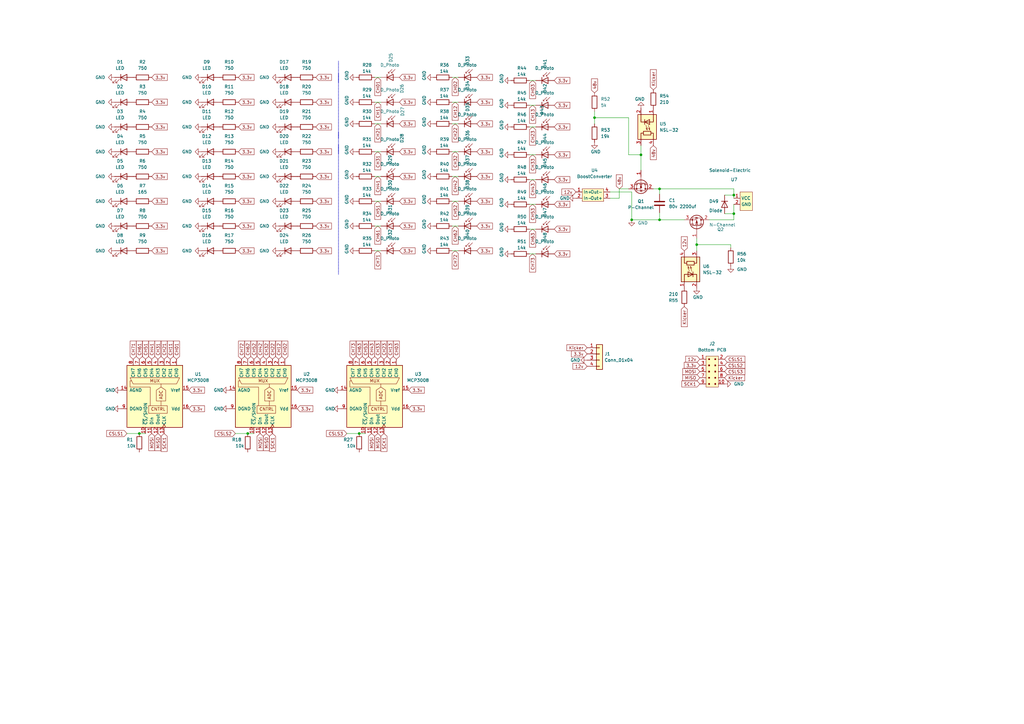
<source format=kicad_sch>
(kicad_sch (version 20231120) (generator "eeschema") (generator_version "8.0")
  (paper "A3")
  (junction (at 101.6 177.8))
  (junction (at 57.15 177.8))
  (junction (at 270.51 77.47))
  (junction (at 243.84 48.26))
  (junction (at 300.99 87.63))
  (junction (at 147.32 177.8))
  (junction (at 259.08 90.17))
  (junction (at 270.51 90.17))
  (junction (at 300.99 80.01))
  (junction (at 262.89 63.5))
  (junction (at 285.75 100.33))
  (wire (pts (xy 217.17 93.98) (xy 219.71 93.98)))
  (wire (pts (xy 185.42 92.71) (xy 187.96 92.71)))
  (wire (pts (xy 262.89 59.69) (xy 262.89 63.5)))
  (wire (pts (xy 259.08 78.74) (xy 250.19 78.74)))
  (wire (pts (xy 217.17 104.14) (xy 219.71 104.14)))
  (wire (pts (xy 300.99 90.17) (xy 300.99 87.63)))
  (wire (pts (xy 217.17 73.66) (xy 219.71 73.66)))
  (wire (pts (xy 101.6 177.8) (xy 104.14 177.8)))
  (wire (pts (xy 257.81 63.5) (xy 262.89 63.5)))
  (wire (pts (xy 243.84 45.72) (xy 243.84 48.26)))
  (wire (pts (xy 243.84 48.26) (xy 257.81 48.26)))
  (wire (pts (xy 300.99 77.47) (xy 300.99 80.01)))
  (wire (pts (xy 297.18 80.01) (xy 300.99 80.01)))
  (wire (pts (xy 185.42 62.23) (xy 187.96 62.23)))
  (wire (pts (xy 153.67 41.91) (xy 156.21 41.91)))
  (wire (pts (xy 270.51 77.47) (xy 300.99 77.47)))
  (wire (pts (xy 52.07 177.8) (xy 57.15 177.8)))
  (wire (pts (xy 297.18 87.63) (xy 300.99 87.63)))
  (wire (pts (xy 153.67 31.75) (xy 156.21 31.75)))
  (wire (pts (xy 270.51 77.47) (xy 270.51 79.629)))
  (wire (pts (xy 285.75 97.79) (xy 285.75 100.33)))
  (wire (pts (xy 217.17 83.82) (xy 219.71 83.82)))
  (wire (pts (xy 217.17 52.07) (xy 219.71 52.07)))
  (wire (pts (xy 153.67 62.23) (xy 156.21 62.23)))
  (wire (pts (xy 285.75 100.33) (xy 299.72 100.33)))
  (wire (pts (xy 153.67 92.71) (xy 156.21 92.71)))
  (wire (pts (xy 270.51 90.17) (xy 280.67 90.17)))
  (wire (pts (xy 259.08 90.17) (xy 259.08 78.74)))
  (wire (pts (xy 285.75 100.33) (xy 285.75 102.87)))
  (wire (pts (xy 185.42 50.8) (xy 187.96 50.8)))
  (wire (pts (xy 57.15 177.8) (xy 59.69 177.8)))
  (wire (pts (xy 96.52 177.8) (xy 101.6 177.8)))
  (wire (pts (xy 185.42 102.87) (xy 187.96 102.87)))
  (wire (pts (xy 153.67 50.8) (xy 156.21 50.8)))
  (wire (pts (xy 243.84 48.26) (xy 243.84 50.8)))
  (wire (pts (xy 267.97 77.47) (xy 270.51 77.47)))
  (wire (pts (xy 299.72 100.33) (xy 299.72 101.6)))
  (wire (pts (xy 254 81.28) (xy 250.19 81.28)))
  (wire (pts (xy 259.08 90.17) (xy 270.51 90.17)))
  (wire (pts (xy 254 77.47) (xy 257.81 77.47)))
  (wire (pts (xy 217.17 63.5) (xy 219.71 63.5)))
  (wire (pts (xy 153.67 82.55) (xy 156.21 82.55)))
  (wire (pts (xy 185.42 41.91) (xy 187.96 41.91)))
  (wire (pts (xy 254 77.47) (xy 254 81.28)))
  (wire (pts (xy 185.42 82.55) (xy 187.96 82.55)))
  (wire (pts (xy 217.17 43.18) (xy 219.71 43.18)))
  (wire (pts (xy 300.99 80.01) (xy 300.99 81.28)))
  (wire (pts (xy 270.51 87.249) (xy 270.51 90.17)))
  (wire (pts (xy 257.81 48.26) (xy 257.81 63.5)))
  (wire (pts (xy 290.83 90.17) (xy 300.99 90.17)))
  (wire (pts (xy 185.42 31.75) (xy 187.96 31.75)))
  (wire (pts (xy 300.99 83.82) (xy 300.99 87.63)))
  (wire (pts (xy 147.32 177.8) (xy 149.86 177.8)))
  (wire (pts (xy 153.67 102.87) (xy 156.21 102.87)))
  (wire (pts (xy 262.89 63.5) (xy 262.89 69.85)))
  (wire (pts (xy 217.17 33.02) (xy 219.71 33.02)))
  (wire (pts (xy 185.42 72.39) (xy 187.96 72.39)))
  (wire (pts (xy 142.24 177.8) (xy 147.32 177.8)))
  (wire (pts (xy 153.67 72.39) (xy 156.21 72.39)))
  (text "I\n" (at 138.43 33.02 0) (effects (font (size 1.27 1.27)) (justify left bottom)))
  (text "I\n" (at 138.43 55.88 0) (effects (font (size 1.27 1.27)) (justify left bottom)))
  (text "I\n" (at 138.43 82.55 0) (effects (font (size 1.27 1.27)) (justify left bottom)))
  (text "I\n" (at 138.43 50.8 0) (effects (font (size 1.27 1.27)) (justify left bottom)))
  (text "I\n" (at 138.43 41.91 0) (effects (font (size 1.27 1.27)) (justify left bottom)))
  (text "I\n" (at 138.43 76.2 0) (effects (font (size 1.27 1.27)) (justify left bottom)))
  (text "I\n" (at 138.43 63.5 0) (effects (font (size 1.27 1.27)) (justify left bottom)))
  (text "I\n" (at 138.43 78.74 0) (effects (font (size 1.27 1.27)) (justify left bottom)))
  (text "I\n" (at 138.43 97.79 0) (effects (font (size 1.27 1.27)) (justify left bottom)))
  (text "I\n" (at 138.43 31.75 0) (effects (font (size 1.27 1.27)) (justify left bottom)))
  (text "I\n" (at 138.43 68.58 0) (effects (font (size 1.27 1.27)) (justify left bottom)))
  (text "I\n" (at 138.43 26.67 0) (effects (font (size 1.27 1.27)) (justify left bottom)))
  (text "I\n" (at 138.43 104.14 0) (effects (font (size 1.27 1.27)) (justify left bottom)))
  (text "I\n" (at 138.43 31.75 0) (effects (font (size 1.27 1.27)) (justify left bottom)))
  (text "I\n" (at 138.43 109.22 0) (effects (font (size 1.27 1.27)) (justify left bottom)))
  (text "I\n" (at 138.43 48.26 0) (effects (font (size 1.27 1.27)) (justify left bottom)))
  (text "I\n" (at 138.43 63.5 0) (effects (font (size 1.27 1.27)) (justify left bottom)))
  (text "I\n" (at 138.43 110.49 0) (effects (font (size 1.27 1.27)) (justify left bottom)))
  (text "I\n" (at 138.43 34.29 0) (effects (font (size 1.27 1.27)) (justify left bottom)))
  (text "I\n" (at 138.43 102.87 0) (effects (font (size 1.27 1.27)) (justify left bottom)))
  (text "I\n" (at 138.43 80.01 0) (effects (font (size 1.27 1.27)) (justify left bottom)))
  (text "I\n" (at 138.43 43.18 0) (effects (font (size 1.27 1.27)) (justify left bottom)))
  (text "I\n" (at 138.43 54.61 0) (effects (font (size 1.27 1.27)) (justify left bottom)))
  (text "I\n" (at 138.43 85.09 0) (effects (font (size 1.27 1.27)) (justify left bottom)))
  (text "I\n" (at 138.43 99.06 0) (effects (font (size 1.27 1.27)) (justify left bottom)))
  (text "I\n" (at 138.43 71.12 0) (effects (font (size 1.27 1.27)) (justify left bottom)))
  (text "I\n" (at 138.43 60.96 0) (effects (font (size 1.27 1.27)) (justify left bottom)))
  (text "I\n" (at 138.43 106.68 0) (effects (font (size 1.27 1.27)) (justify left bottom)))
  (text "I\n" (at 138.43 57.15 0) (effects (font (size 1.27 1.27)) (justify left bottom)))
  (text "I\n" (at 138.43 39.37 0) (effects (font (size 1.27 1.27)) (justify left bottom)))
  (text "I\n" (at 138.43 52.07 0) (effects (font (size 1.27 1.27)) (justify left bottom)))
  (text "I\n" (at 138.43 38.1 0) (effects (font (size 1.27 1.27)) (justify left bottom)))
  (text "I\n" (at 138.43 34.29 0) (effects (font (size 1.27 1.27)) (justify left bottom)))
  (text "I\n" (at 138.43 111.76 0) (effects (font (size 1.27 1.27)) (justify left bottom)))
  (text "I\n" (at 138.43 62.23 0) (effects (font (size 1.27 1.27)) (justify left bottom)))
  (text "I\n" (at 138.43 105.41 0) (effects (font (size 1.27 1.27)) (justify left bottom)))
  (text "I\n" (at 138.43 27.94 0) (effects (font (size 1.27 1.27)) (justify left bottom)))
  (text "I\n" (at 138.43 58.42 0) (effects (font (size 1.27 1.27)) (justify left bottom)))
  (text "I\n" (at 138.43 100.33 0) (effects (font (size 1.27 1.27)) (justify left bottom)))
  (text "I\n" (at 138.43 86.36 0) (effects (font (size 1.27 1.27)) (justify left bottom)))
  (text "I\n" (at 138.43 60.96 0) (effects (font (size 1.27 1.27)) (justify left bottom)))
  (text "I\n" (at 138.43 35.56 0) (effects (font (size 1.27 1.27)) (justify left bottom)))
  (text "I\n" (at 138.43 69.85 0) (effects (font (size 1.27 1.27)) (justify left bottom)))
  (text "I\n" (at 138.43 55.88 0) (effects (font (size 1.27 1.27)) (justify left bottom)))
  (text "I\n" (at 138.43 93.98 0) (effects (font (size 1.27 1.27)) (justify left bottom)))
  (text "I\n" (at 138.43 49.53 0) (effects (font (size 1.27 1.27)) (justify left bottom)))
  (text "I\n" (at 138.43 81.28 0) (effects (font (size 1.27 1.27)) (justify left bottom)))
  (text "I\n" (at 138.43 73.66 0) (effects (font (size 1.27 1.27)) (justify left bottom)))
  (text "I\n" (at 138.43 59.69 0) (effects (font (size 1.27 1.27)) (justify left bottom)))
  (text "I\n" (at 138.43 92.71 0) (effects (font (size 1.27 1.27)) (justify left bottom)))
  (text "I\n" (at 138.43 107.95 0) (effects (font (size 1.27 1.27)) (justify left bottom)))
  (text "I\n" (at 138.43 95.25 0) (effects (font (size 1.27 1.27)) (justify left bottom)))
  (text "I\n" (at 138.43 96.52 0) (effects (font (size 1.27 1.27)) (justify left bottom)))
  (text "I\n" (at 138.43 64.77 0) (effects (font (size 1.27 1.27)) (justify left bottom)))
  (text "I\n" (at 138.43 36.83 0) (effects (font (size 1.27 1.27)) (justify left bottom)))
  (text "I\n" (at 138.43 66.04 0) (effects (font (size 1.27 1.27)) (justify left bottom)))
  (text "I\n" (at 138.43 53.34 0) (effects (font (size 1.27 1.27)) (justify left bottom)))
  (text "I\n" (at 138.43 62.23 0) (effects (font (size 1.27 1.27)) (justify left bottom)))
  (text "I\n" (at 138.43 44.45 0) (effects (font (size 1.27 1.27)) (justify left bottom)))
  (text "I\n" (at 138.43 91.44 0) (effects (font (size 1.27 1.27)) (justify left bottom)))
  (text "I\n" (at 138.43 88.9 0) (effects (font (size 1.27 1.27)) (justify left bottom)))
  (text "I\n" (at 138.43 72.39 0) (effects (font (size 1.27 1.27)) (justify left bottom)))
  (text "I\n" (at 138.43 46.99 0) (effects (font (size 1.27 1.27)) (justify left bottom)))
  (text "I\n" (at 138.43 83.82 0) (effects (font (size 1.27 1.27)) (justify left bottom)))
  (text "I\n" (at 138.43 113.03 0) (effects (font (size 1.27 1.27)) (justify left bottom)))
  (text "I\n" (at 138.43 101.6 0) (effects (font (size 1.27 1.27)) (justify left bottom)))
  (text "I\n" (at 138.43 74.93 0) (effects (font (size 1.27 1.27)) (justify left bottom)))
  (text "I\n" (at 138.43 90.17 0) (effects (font (size 1.27 1.27)) (justify left bottom)))
  (text "I\n" (at 138.43 40.64 0) (effects (font (size 1.27 1.27)) (justify left bottom)))
  (text "I\n" (at 138.43 87.63 0) (effects (font (size 1.27 1.27)) (justify left bottom)))
  (text "I\n" (at 138.43 30.48 0) (effects (font (size 1.27 1.27)) (justify left bottom)))
  (text "I\n" (at 138.43 67.31 0) (effects (font (size 1.27 1.27)) (justify left bottom)))
  (text "I\n" (at 138.43 77.47 0) (effects (font (size 1.27 1.27)) (justify left bottom)))
  (text "I\n" (at 138.43 29.21 0) (effects (font (size 1.27 1.27)) (justify left bottom)))
  (text "I\n" (at 138.43 33.02 0) (effects (font (size 1.27 1.27)) (justify left bottom)))
  (text "I\n" (at 138.43 57.15 0) (effects (font (size 1.27 1.27)) (justify left bottom)))
  (text "I\n" (at 138.43 45.72 0) (effects (font (size 1.27 1.27)) (justify left bottom)))
  (global_label "3.3v" (shape input) (at 62.23 52.07 0) (property "Intersheetrefs" "${INTERSHEET_REFS}" (effects (hide yes))))
  (global_label "3.3v" (shape input) (at 163.83 41.91 0) (property "Intersheetrefs" "${INTERSHEET_REFS}" (effects (hide yes))))
  (global_label "CH63" (shape input) (at 218.44 93.98 270) (property "Intersheetrefs" "${INTERSHEET_REFS}" (effects (hide yes))))
  (global_label "MOSI" (shape input) (at 106.68 177.8 270) (property "Intersheetrefs" "${INTERSHEET_REFS}" (effects (hide yes))))
  (global_label "3.3v" (shape input) (at 97.79 62.23 0) (property "Intersheetrefs" "${INTERSHEET_REFS}" (effects (hide yes))))
  (global_label "CH22" (shape input) (at 111.76 147.32 90) (property "Intersheetrefs" "${INTERSHEET_REFS}" (effects (hide yes))))
  (global_label "CH32" (shape input) (at 109.22 147.32 90) (property "Intersheetrefs" "${INTERSHEET_REFS}" (effects (hide yes))))
  (global_label "3.3v" (shape input) (at 129.54 92.71 0) (property "Intersheetrefs" "${INTERSHEET_REFS}" (effects (hide yes))))
  (global_label "CH12" (shape input) (at 114.3 147.32 90) (property "Intersheetrefs" "${INTERSHEET_REFS}" (effects (hide yes))))
  (global_label "CH42" (shape input) (at 186.69 72.39 270) (property "Intersheetrefs" "${INTERSHEET_REFS}" (effects (hide yes))))
  (global_label "CH52" (shape input) (at 186.69 82.55 270) (property "Intersheetrefs" "${INTERSHEET_REFS}" (effects (hide yes))))
  (global_label "3.3v" (shape input) (at 167.64 167.64 0) (property "Intersheetrefs" "${INTERSHEET_REFS}" (effects (hide yes))))
  (global_label "3.3v" (shape input) (at 62.23 62.23 0) (property "Intersheetrefs" "${INTERSHEET_REFS}" (effects (hide yes))))
  (global_label "3.3v" (shape input) (at 97.79 82.55 0) (property "Intersheetrefs" "${INTERSHEET_REFS}" (effects (hide yes))))
  (global_label "CH32" (shape input) (at 186.69 62.23 270) (property "Intersheetrefs" "${INTERSHEET_REFS}" (effects (hide yes))))
  (global_label "CH51" (shape input) (at 59.69 147.32 90) (property "Intersheetrefs" "${INTERSHEET_REFS}" (effects (hide yes))))
  (global_label "12v" (shape input) (at 287.02 147.32 180) (property "Intersheetrefs" "${INTERSHEET_REFS}" (effects (hide yes))))
  (global_label "CH01" (shape input) (at 154.94 31.75 270) (property "Intersheetrefs" "${INTERSHEET_REFS}" (effects (hide yes))))
  (global_label "CSLS2" (shape input) (at 297.18 149.86 0) (property "Intersheetrefs" "${INTERSHEET_REFS}" (effects (hide yes))))
  (global_label "3.3v" (shape input) (at 121.92 167.64 0) (property "Intersheetrefs" "${INTERSHEET_REFS}" (effects (hide yes))))
  (global_label "CSLS3" (shape input) (at 297.18 152.4 0) (property "Intersheetrefs" "${INTERSHEET_REFS}" (effects (hide yes))))
  (global_label "3.3v" (shape input) (at 62.23 72.39 0) (property "Intersheetrefs" "${INTERSHEET_REFS}" (effects (hide yes))))
  (global_label "3.3v" (shape input) (at 129.54 52.07 0) (property "Intersheetrefs" "${INTERSHEET_REFS}" (effects (hide yes))))
  (global_label "48v" (shape input) (at 243.84 38.1 90) (property "Intersheetrefs" "${INTERSHEET_REFS}" (effects (hide yes))))
  (global_label "CH72" (shape input) (at 99.06 147.32 90) (property "Intersheetrefs" "${INTERSHEET_REFS}" (effects (hide yes))))
  (global_label "CH41" (shape input) (at 62.23 147.32 90) (property "Intersheetrefs" "${INTERSHEET_REFS}" (effects (hide yes))))
  (global_label "48v" (shape input) (at 254 77.47 90) (property "Intersheetrefs" "${INTERSHEET_REFS}" (effects (hide yes))))
  (global_label "CH42" (shape input) (at 106.68 147.32 90) (property "Intersheetrefs" "${INTERSHEET_REFS}" (effects (hide yes))))
  (global_label "3.3v" (shape input) (at 129.54 41.91 0) (property "Intersheetrefs" "${INTERSHEET_REFS}" (effects (hide yes))))
  (global_label "CH63" (shape input) (at 147.32 147.32 90) (property "Intersheetrefs" "${INTERSHEET_REFS}" (effects (hide yes))))
  (global_label "Kicker" (shape input) (at 280.67 125.73 270) (property "Intersheetrefs" "${INTERSHEET_REFS}" (effects (hide yes))))
  (global_label "CH23" (shape input) (at 218.44 52.07 270) (property "Intersheetrefs" "${INTERSHEET_REFS}" (effects (hide yes))))
  (global_label "MISO" (shape input) (at 287.02 154.94 180) (property "Intersheetrefs" "${INTERSHEET_REFS}" (effects (hide yes))))
  (global_label "SCK1" (shape input) (at 157.48 177.8 270) (property "Intersheetrefs" "${INTERSHEET_REFS}" (effects (hide yes))))
  (global_label "MISO" (shape input) (at 109.22 177.8 270) (property "Intersheetrefs" "${INTERSHEET_REFS}" (effects (hide yes))))
  (global_label "48v" (shape input) (at 267.97 59.69 270) (property "Intersheetrefs" "${INTERSHEET_REFS}" (effects (hide yes))))
  (global_label "3.3v" (shape input) (at 195.58 31.75 0) (property "Intersheetrefs" "${INTERSHEET_REFS}" (effects (hide yes))))
  (global_label "3.3v" (shape input) (at 195.58 41.91 0) (property "Intersheetrefs" "${INTERSHEET_REFS}" (effects (hide yes))))
  (global_label "3.3v" (shape input) (at 163.83 31.75 0) (property "Intersheetrefs" "${INTERSHEET_REFS}" (effects (hide yes))))
  (global_label "3.3v" (shape input) (at 97.79 92.71 0) (property "Intersheetrefs" "${INTERSHEET_REFS}" (effects (hide yes))))
  (global_label "CH33" (shape input) (at 154.94 147.32 90) (property "Intersheetrefs" "${INTERSHEET_REFS}" (effects (hide yes))))
  (global_label "CH33" (shape input) (at 218.44 63.5 270) (property "Intersheetrefs" "${INTERSHEET_REFS}" (effects (hide yes))))
  (global_label "3.3v" (shape input) (at 227.33 73.66 0) (property "Intersheetrefs" "${INTERSHEET_REFS}" (effects (hide yes))))
  (global_label "CH02" (shape input) (at 116.84 147.32 90) (property "Intersheetrefs" "${INTERSHEET_REFS}" (effects (hide yes))))
  (global_label "MISO" (shape input) (at 154.94 177.8 270) (property "Intersheetrefs" "${INTERSHEET_REFS}" (effects (hide yes))))
  (global_label "SCK1" (shape input) (at 287.02 157.48 180) (property "Intersheetrefs" "${INTERSHEET_REFS}" (effects (hide yes))))
  (global_label "3.3v" (shape input) (at 163.83 92.71 0) (property "Intersheetrefs" "${INTERSHEET_REFS}" (effects (hide yes))))
  (global_label "3.3v" (shape input) (at 163.83 62.23 0) (property "Intersheetrefs" "${INTERSHEET_REFS}" (effects (hide yes))))
  (global_label "CH03" (shape input) (at 218.44 33.02 270) (property "Intersheetrefs" "${INTERSHEET_REFS}" (effects (hide yes))))
  (global_label "CH52" (shape input) (at 104.14 147.32 90) (property "Intersheetrefs" "${INTERSHEET_REFS}" (effects (hide yes))))
  (global_label "3.3v" (shape input) (at 227.33 63.5 0) (property "Intersheetrefs" "${INTERSHEET_REFS}" (effects (hide yes))))
  (global_label "CH02" (shape input) (at 186.69 31.75 270) (property "Intersheetrefs" "${INTERSHEET_REFS}" (effects (hide yes))))
  (global_label "3.3v" (shape input) (at 129.54 72.39 0) (property "Intersheetrefs" "${INTERSHEET_REFS}" (effects (hide yes))))
  (global_label "3.3v" (shape input) (at 97.79 72.39 0) (property "Intersheetrefs" "${INTERSHEET_REFS}" (effects (hide yes))))
  (global_label "CH01" (shape input) (at 72.39 147.32 90) (property "Intersheetrefs" "${INTERSHEET_REFS}" (effects (hide yes))))
  (global_label "Kicker" (shape input) (at 240.792 142.621 180) (property "Intersheetrefs" "${INTERSHEET_REFS}" (effects (hide yes))))
  (global_label "3.3v" (shape input) (at 97.79 52.07 0) (property "Intersheetrefs" "${INTERSHEET_REFS}" (effects (hide yes))))
  (global_label "3.3v" (shape input) (at 129.54 102.87 0) (property "Intersheetrefs" "${INTERSHEET_REFS}" (effects (hide yes))))
  (global_label "CH21" (shape input) (at 67.31 147.32 90) (property "Intersheetrefs" "${INTERSHEET_REFS}" (effects (hide yes))))
  (global_label "3.3v" (shape input) (at 195.58 50.8 0) (property "Intersheetrefs" "${INTERSHEET_REFS}" (effects (hide yes))))
  (global_label "3.3v" (shape input) (at 227.33 93.98 0) (property "Intersheetrefs" "${INTERSHEET_REFS}" (effects (hide yes))))
  (global_label "CH13" (shape input) (at 160.02 147.32 90) (property "Intersheetrefs" "${INTERSHEET_REFS}" (effects (hide yes))))
  (global_label "3.3v" (shape input) (at 195.58 62.23 0) (property "Intersheetrefs" "${INTERSHEET_REFS}" (effects (hide yes))))
  (global_label "CH62" (shape input) (at 186.69 92.71 270) (property "Intersheetrefs" "${INTERSHEET_REFS}" (effects (hide yes))))
  (global_label "CH13" (shape input) (at 218.44 43.18 270) (property "Intersheetrefs" "${INTERSHEET_REFS}" (effects (hide yes))))
  (global_label "MISO" (shape input) (at 64.77 177.8 270) (property "Intersheetrefs" "${INTERSHEET_REFS}" (effects (hide yes))))
  (global_label "3.3v" (shape input) (at 121.92 160.02 0) (property "Intersheetrefs" "${INTERSHEET_REFS}" (effects (hide yes))))
  (global_label "3.3v" (shape input) (at 77.47 167.64 0) (property "Intersheetrefs" "${INTERSHEET_REFS}" (effects (hide yes))))
  (global_label "3.3v" (shape input) (at 77.47 160.02 0) (property "Intersheetrefs" "${INTERSHEET_REFS}" (effects (hide yes))))
  (global_label "3.3v" (shape input) (at 62.23 41.91 0) (property "Intersheetrefs" "${INTERSHEET_REFS}" (effects (hide yes))))
  (global_label "3.3v" (shape input) (at 240.792 145.161 180) (property "Intersheetrefs" "${INTERSHEET_REFS}" (effects (hide yes))))
  (global_label "3.3v" (shape input) (at 163.83 72.39 0) (property "Intersheetrefs" "${INTERSHEET_REFS}" (effects (hide yes))))
  (global_label "CSLS1" (shape input) (at 52.07 177.8 180) (property "Intersheetrefs" "${INTERSHEET_REFS}" (effects (hide yes))))
  (global_label "3.3v" (shape input) (at 62.23 31.75 0) (property "Intersheetrefs" "${INTERSHEET_REFS}" (effects (hide yes))))
  (global_label "3.3v" (shape input) (at 195.58 82.55 0) (property "Intersheetrefs" "${INTERSHEET_REFS}" (effects (hide yes))))
  (global_label "CH61" (shape input) (at 57.15 147.32 90) (property "Intersheetrefs" "${INTERSHEET_REFS}" (effects (hide yes))))
  (global_label "CH21" (shape input) (at 154.94 50.8 270) (property "Intersheetrefs" "${INTERSHEET_REFS}" (effects (hide yes))))
  (global_label "CH53" (shape input) (at 149.86 147.32 90) (property "Intersheetrefs" "${INTERSHEET_REFS}" (effects (hide yes))))
  (global_label "MOSI" (shape input) (at 152.4 177.8 270) (property "Intersheetrefs" "${INTERSHEET_REFS}" (effects (hide yes))))
  (global_label "3.3v" (shape input) (at 163.83 82.55 0) (property "Intersheetrefs" "${INTERSHEET_REFS}" (effects (hide yes))))
  (global_label "3.3v" (shape input) (at 195.58 92.71 0) (property "Intersheetrefs" "${INTERSHEET_REFS}" (effects (hide yes))))
  (global_label "3.3v" (shape input) (at 62.23 102.87 0) (property "Intersheetrefs" "${INTERSHEET_REFS}" (effects (hide yes))))
  (global_label "CH11" (shape input) (at 154.94 41.91 270) (property "Intersheetrefs" "${INTERSHEET_REFS}" (effects (hide yes))))
  (global_label "CH03" (shape input) (at 162.56 147.32 90) (property "Intersheetrefs" "${INTERSHEET_REFS}" (effects (hide yes))))
  (global_label "3.3v" (shape input) (at 129.54 31.75 0) (property "Intersheetrefs" "${INTERSHEET_REFS}" (effects (hide yes))))
  (global_label "3.3v" (shape input) (at 62.23 92.71 0) (property "Intersheetrefs" "${INTERSHEET_REFS}" (effects (hide yes))))
  (global_label "3.3v" (shape input) (at 62.23 82.55 0) (property "Intersheetrefs" "${INTERSHEET_REFS}" (effects (hide yes))))
  (global_label "CH61" (shape input) (at 154.94 92.71 270) (property "Intersheetrefs" "${INTERSHEET_REFS}" (effects (hide yes))))
  (global_label "3.3v" (shape input) (at 129.54 82.55 0) (property "Intersheetrefs" "${INTERSHEET_REFS}" (effects (hide yes))))
  (global_label "CH62" (shape input) (at 101.6 147.32 90) (property "Intersheetrefs" "${INTERSHEET_REFS}" (effects (hide yes))))
  (global_label "3.3v" (shape input) (at 129.54 62.23 0) (property "Intersheetrefs" "${INTERSHEET_REFS}" (effects (hide yes))))
  (global_label "CSLS2" (shape input) (at 96.52 177.8 180) (property "Intersheetrefs" "${INTERSHEET_REFS}" (effects (hide yes))))
  (global_label "MOSI" (shape input) (at 62.23 177.8 270) (property "Intersheetrefs" "${INTERSHEET_REFS}" (effects (hide yes))))
  (global_label "CSLS3" (shape input) (at 142.24 177.8 180) (property "Intersheetrefs" "${INTERSHEET_REFS}" (effects (hide yes))))
  (global_label "CH31" (shape input) (at 64.77 147.32 90) (property "Intersheetrefs" "${INTERSHEET_REFS}" (effects (hide yes))))
  (global_label "3.3v" (shape input) (at 227.33 33.02 0) (property "Intersheetrefs" "${INTERSHEET_REFS}" (effects (hide yes))))
  (global_label "3.3v" (shape input) (at 195.58 72.39 0) (property "Intersheetrefs" "${INTERSHEET_REFS}" (effects (hide yes))))
  (global_label "CH31" (shape input) (at 154.94 62.23 270) (property "Intersheetrefs" "${INTERSHEET_REFS}" (effects (hide yes))))
  (global_label "3.3v" (shape input) (at 163.83 50.8 0) (property "Intersheetrefs" "${INTERSHEET_REFS}" (effects (hide yes))))
  (global_label "3.3v" (shape input) (at 227.33 83.82 0) (property "Intersheetrefs" "${INTERSHEET_REFS}" (effects (hide yes))))
  (global_label "CH73" (shape input) (at 218.44 104.14 270) (property "Intersheetrefs" "${INTERSHEET_REFS}" (effects (hide yes))))
  (global_label "3.3v" (shape input) (at 195.58 102.87 0) (property "Intersheetrefs" "${INTERSHEET_REFS}" (effects (hide yes))))
  (global_label "CH23" (shape input) (at 157.48 147.32 90) (property "Intersheetrefs" "${INTERSHEET_REFS}" (effects (hide yes))))
  (global_label "CH71" (shape input) (at 154.94 102.87 270) (property "Intersheetrefs" "${INTERSHEET_REFS}" (effects (hide yes))))
  (global_label "Kicker" (shape input) (at 267.97 36.83 90) (property "Intersheetrefs" "${INTERSHEET_REFS}" (effects (hide yes))))
  (global_label "12v" (shape input) (at 240.792 150.241 180) (property "Intersheetrefs" "${INTERSHEET_REFS}" (effects (hide yes))))
  (global_label "SCK1" (shape input) (at 111.76 177.8 270) (property "Intersheetrefs" "${INTERSHEET_REFS}" (effects (hide yes))))
  (global_label "CH12" (shape input) (at 186.69 41.91 270) (property "Intersheetrefs" "${INTERSHEET_REFS}" (effects (hide yes))))
  (global_label "CH11" (shape input) (at 69.85 147.32 90) (property "Intersheetrefs" "${INTERSHEET_REFS}" (effects (hide yes))))
  (global_label "12v" (shape input) (at 280.67 102.87 90) (property "Intersheetrefs" "${INTERSHEET_REFS}" (effects (hide yes))))
  (global_label "CH51" (shape input) (at 154.94 82.55 270) (property "Intersheetrefs" "${INTERSHEET_REFS}" (effects (hide yes))))
  (global_label "3.3v" (shape input) (at 227.33 43.18 0) (property "Intersheetrefs" "${INTERSHEET_REFS}" (effects (hide yes))))
  (global_label "CH43" (shape input) (at 218.44 73.66 270) (property "Intersheetrefs" "${INTERSHEET_REFS}" (effects (hide yes))))
  (global_label "3.3v" (shape input) (at 97.79 41.91 0) (property "Intersheetrefs" "${INTERSHEET_REFS}" (effects (hide yes))))
  (global_label "SCK1" (shape input) (at 67.31 177.8 270) (property "Intersheetrefs" "${INTERSHEET_REFS}" (effects (hide yes))))
  (global_label "3.3v" (shape input) (at 97.79 31.75 0) (property "Intersheetrefs" "${INTERSHEET_REFS}" (effects (hide yes))))
  (global_label "3.3v" (shape input) (at 97.79 102.87 0) (property "Intersheetrefs" "${INTERSHEET_REFS}" (effects (hide yes))))
  (global_label "CH72" (shape input) (at 186.69 102.87 270) (property "Intersheetrefs" "${INTERSHEET_REFS}" (effects (hide yes))))
  (global_label "CH71" (shape input) (at 54.61 147.32 90) (property "Intersheetrefs" "${INTERSHEET_REFS}" (effects (hide yes))))
  (global_label "MOSI" (shape input) (at 287.02 152.4 180) (property "Intersheetrefs" "${INTERSHEET_REFS}" (effects (hide yes))))
  (global_label "CSLS1" (shape input) (at 297.18 147.32 0) (property "Intersheetrefs" "${INTERSHEET_REFS}" (effects (hide yes))))
  (global_label "3.3v" (shape input) (at 163.83 102.87 0) (property "Intersheetrefs" "${INTERSHEET_REFS}" (effects (hide yes))))
  (global_label "3.3v" (shape input) (at 167.64 160.02 0) (property "Intersheetrefs" "${INTERSHEET_REFS}" (effects (hide yes))))
  (global_label "CH53" (shape input) (at 218.44 83.82 270) (property "Intersheetrefs" "${INTERSHEET_REFS}" (effects (hide yes))))
  (global_label "CH41" (shape input) (at 154.94 72.39 270) (property "Intersheetrefs" "${INTERSHEET_REFS}" (effects (hide yes))))
  (global_label "12v" (shape input) (at 236.22 78.74 180) (property "Intersheetrefs" "${INTERSHEET_REFS}" (effects (hide yes))))
  (global_label "CH73" (shape input) (at 144.78 147.32 90) (property "Intersheetrefs" "${INTERSHEET_REFS}" (effects (hide yes))))
  (global_label "3.3v" (shape input) (at 287.02 149.86 180) (property "Intersheetrefs" "${INTERSHEET_REFS}" (effects (hide yes))))
  (global_label "3.3v" (shape input) (at 227.33 104.14 0) (property "Intersheetrefs" "${INTERSHEET_REFS}" (effects (hide yes))))
  (global_label "CH22" (shape input) (at 186.69 50.8 270) (property "Intersheetrefs" "${INTERSHEET_REFS}" (effects (hide yes))))
  (global_label "3.3v" (shape input) (at 227.33 52.07 0) (property "Intersheetrefs" "${INTERSHEET_REFS}" (effects (hide yes))))
  (global_label "Kicker" (shape input) (at 297.18 154.94 0) (property "Intersheetrefs" "${INTERSHEET_REFS}" (effects (hide yes))))
  (global_label "CH43" (shape input) (at 152.4 147.32 90) (property "Intersheetrefs" "${INTERSHEET_REFS}" (effects (hide yes))))
  (symbol (lib_id "Device:R") (at 58.42 102.87 90) (unit 1)
    (property "Reference" "R9" (at 58.42 96.52 90))
    (property "Value" "750" (at 58.42 99.06 90))
    (property "Footprint" "Capacitor_SMD:C_0805_2012Metric_Pad1.18x1.45mm_HandSolder" (effects (hide yes)))
  )
  (symbol (lib_id "Device:D_Photo") (at 161.29 82.55 0) (unit 1)
    (property "Reference" "D30" (at 160.02 73.66 90) (effects (justify right)))
    (property "Value" "D_Photo" (at 163.83 77.47 0) (effects (justify right)))
    (property "Footprint" "Capacitor_SMD:C_0805_2012Metric_Pad1.18x1.45mm_HandSolder" (effects (hide yes)))
  )
  (symbol (lib_id "power:GND") (at 146.05 102.87 270) (unit 1)
    (property "Reference" "#PWR038" (effects (hide yes)))
    (property "Value" "GND" (at 142.24 104.14 0) (effects (justify right)))
  )
  (symbol (lib_id "power:GND") (at 209.55 104.14 270) (unit 1)
    (property "Reference" "#PWR054" (effects (hide yes)))
    (property "Value" "GND" (at 205.74 105.41 0) (effects (justify right)))
  )
  (symbol (lib_id "power:GND") (at 297.18 157.48 90) (unit 1)
    (property "Reference" "#PWR061" (effects (hide yes)))
    (property "Value" "GND" (at 300.99 157.4799 90) (effects (justify right)))
  )
  (symbol (lib_id "Device:LED") (at 50.8 31.75 0) (unit 1)
    (property "Reference" "D1" (at 49.2125 25.4 0))
    (property "Value" "LED" (at 49.2125 27.94 0))
    (property "Footprint" "Capacitor_SMD:C_0805_2012Metric_Pad1.18x1.45mm_HandSolder" (effects (hide yes)))
  )
  (symbol (lib_id "Device:LED") (at 50.8 72.39 0) (unit 1)
    (property "Reference" "D5" (at 49.2125 66.04 0))
    (property "Value" "LED" (at 49.2125 68.58 0))
    (property "Footprint" "Capacitor_SMD:C_0805_2012Metric_Pad1.18x1.45mm_HandSolder" (effects (hide yes)))
  )
  (symbol (lib_id "Device:D_Photo") (at 224.79 93.98 0) (unit 1)
    (property "Reference" "D47" (at 223.52 85.09 90) (effects (justify right)))
    (property "Value" "D_Photo" (at 227.33 88.9 0) (effects (justify right)))
    (property "Footprint" "Capacitor_SMD:C_0805_2012Metric_Pad1.18x1.45mm_HandSolder" (effects (hide yes)))
  )
  (symbol (lib_id "Device:R") (at 58.42 52.07 90) (unit 1)
    (property "Reference" "R4" (at 58.42 45.72 90))
    (property "Value" "750" (at 58.42 48.26 90))
    (property "Footprint" "Capacitor_SMD:C_0805_2012Metric_Pad1.18x1.45mm_HandSolder" (effects (hide yes)))
  )
  (symbol (lib_id "power:GND") (at 209.55 43.18 270) (unit 1)
    (property "Reference" "#PWR048" (effects (hide yes)))
    (property "Value" "GND" (at 205.74 44.45 0) (effects (justify right)))
  )
  (symbol (lib_id "Device:R") (at 101.6 181.61 0) (unit 1)
    (property "Reference" "R18" (at 99.06 180.34 0) (effects (justify right)))
    (property "Value" "10k" (at 96.52 182.88 0) (effects (justify left)))
    (property "Footprint" "Capacitor_SMD:C_0805_2012Metric_Pad1.18x1.45mm_HandSolder" (effects (hide yes)))
  )
  (symbol (lib_id "power:GND") (at 114.3 102.87 270) (unit 1)
    (property "Reference" "#PWR028" (effects (hide yes)))
    (property "Value" "GND" (at 110.49 102.8699 90) (effects (justify right)))
  )
  (symbol (lib_id "power:GND") (at 177.8 62.23 270) (unit 1)
    (property "Reference" "#PWR042" (effects (hide yes)))
    (property "Value" "GND" (at 173.99 63.5 0) (effects (justify right)))
  )
  (symbol (lib_id "Device:R") (at 181.61 102.87 270) (unit 1)
    (property "Reference" "R43" (at 180.34 97.79 90) (effects (justify left)))
    (property "Value" "14k" (at 180.34 100.33 90) (effects (justify left)))
    (property "Footprint" "Capacitor_SMD:C_0805_2012Metric_Pad1.18x1.45mm_HandSolder" (effects (hide yes)))
  )
  (symbol (lib_id "power:GND") (at 93.98 167.64 270) (unit 1)
    (property "Reference" "#PWR020" (effects (hide yes)))
    (property "Value" "GND" (at 87.63 167.64 90) (effects (justify left)))
  )
  (symbol (lib_id "power:GND") (at 209.55 63.5 270) (unit 1)
    (property "Reference" "#PWR050" (effects (hide yes)))
    (property "Value" "GND" (at 205.74 64.77 0) (effects (justify right)))
  )
  (symbol (lib_id "Device:R") (at 181.61 72.39 270) (unit 1)
    (property "Reference" "R40" (at 180.34 67.31 90) (effects (justify left)))
    (property "Value" "14k" (at 180.34 69.85 90) (effects (justify left)))
    (property "Footprint" "Capacitor_SMD:C_0805_2012Metric_Pad1.18x1.45mm_HandSolder" (effects (hide yes)))
  )
  (symbol (lib_id "power:GND") (at 82.55 31.75 270) (unit 1)
    (property "Reference" "#PWR011" (effects (hide yes)))
    (property "Value" "GND" (at 78.74 31.7499 90) (effects (justify right)))
  )
  (symbol (lib_id "Device:R") (at 125.73 52.07 90) (unit 1)
    (property "Reference" "R21" (at 125.73 45.72 90))
    (property "Value" "750" (at 125.73 48.26 90))
    (property "Footprint" "Capacitor_SMD:C_0805_2012Metric_Pad1.18x1.45mm_HandSolder" (effects (hide yes)))
  )
  (symbol (lib_id "Simulation_SPICE:DIODE") (at 297.18 83.82 90) (unit 1)
    (property "Reference" "D49" (at 290.83 82.55 90) (effects (justify right)))
    (property "Value" "Diode" (at 290.83 86.36 90) (effects (justify right)))
    (property "Footprint" "Diode_THT:D_DO-201AD_P12.70mm_Horizontal" (effects (hide yes)))
    (property "Sim.Device" "SPICE" (effects (hide yes)))
    (property "Sim.Params" "type=\"D\" model=\"DIODE\" lib=\"\"" (effects (hide yes)))
    (property "Sim.Pins" "1=1 2=2" (effects (hide yes)))
  )
  (symbol (lib_id "Device:LED") (at 86.36 31.75 0) (unit 1)
    (property "Reference" "D9" (at 84.7725 25.4 0))
    (property "Value" "LED" (at 84.7725 27.94 0))
    (property "Footprint" "Capacitor_SMD:C_0805_2012Metric_Pad1.18x1.45mm_HandSolder" (effects (hide yes)))
  )
  (symbol (lib_id "Device:R") (at 213.36 33.02 270) (unit 1)
    (property "Reference" "R44" (at 212.09 27.94 90) (effects (justify left)))
    (property "Value" "14k" (at 212.09 30.48 90) (effects (justify left)))
    (property "Footprint" "Capacitor_SMD:C_0805_2012Metric_Pad1.18x1.45mm_HandSolder" (effects (hide yes)))
  )
  (symbol (lib_id "Device:LED") (at 118.11 52.07 0) (unit 1)
    (property "Reference" "D19" (at 116.5225 45.72 0))
    (property "Value" "LED" (at 116.5225 48.26 0))
    (property "Footprint" "Capacitor_SMD:C_0805_2012Metric_Pad1.18x1.45mm_HandSolder" (effects (hide yes)))
  )
  (symbol (lib_id "Device:LED") (at 86.36 92.71 0) (unit 1)
    (property "Reference" "D15" (at 84.7725 86.36 0))
    (property "Value" "LED" (at 84.7725 88.9 0))
    (property "Footprint" "Capacitor_SMD:C_0805_2012Metric_Pad1.18x1.45mm_HandSolder" (effects (hide yes)))
  )
  (symbol (lib_id "power:GND") (at 285.75 118.11 0) (unit 1)
    (property "Reference" "#PWR060" (effects (hide yes)))
    (property "Value" "GND" (at 288.29 121.92 0) (effects (justify right)))
  )
  (symbol (lib_id "power:GND") (at 177.8 31.75 270) (unit 1)
    (property "Reference" "#PWR039" (effects (hide yes)))
    (property "Value" "GND" (at 173.99 33.02 0) (effects (justify right)))
  )
  (symbol (lib_id "power:GND") (at 46.99 62.23 270) (unit 1)
    (property "Reference" "#PWR04" (effects (hide yes)))
    (property "Value" "GND" (at 43.18 62.2299 90) (effects (justify right)))
  )
  (symbol (lib_id "power:GND") (at 114.3 72.39 270) (unit 1)
    (property "Reference" "#PWR025" (effects (hide yes)))
    (property "Value" "GND" (at 110.49 72.3899 90) (effects (justify right)))
  )
  (symbol (lib_id "Device:LED") (at 118.11 62.23 0) (unit 1)
    (property "Reference" "D20" (at 116.5225 55.88 0))
    (property "Value" "LED" (at 116.5225 58.42 0))
    (property "Footprint" "Capacitor_SMD:C_0805_2012Metric_Pad1.18x1.45mm_HandSolder" (effects (hide yes)))
  )
  (symbol (lib_id "Device:R") (at 213.36 63.5 270) (unit 1)
    (property "Reference" "R47" (at 212.09 58.42 90) (effects (justify left)))
    (property "Value" "14k" (at 212.09 60.96 90) (effects (justify left)))
    (property "Footprint" "Capacitor_SMD:C_0805_2012Metric_Pad1.18x1.45mm_HandSolder" (effects (hide yes)))
  )
  (symbol (lib_id "power:GND") (at 114.3 31.75 270) (unit 1)
    (property "Reference" "#PWR021" (effects (hide yes)))
    (property "Value" "GND" (at 110.49 31.7499 90) (effects (justify right)))
  )
  (symbol (lib_id "Device:R") (at 93.98 82.55 90) (unit 1)
    (property "Reference" "R15" (at 93.98 76.2 90))
    (property "Value" "750" (at 93.98 78.74 90))
    (property "Footprint" "Capacitor_SMD:C_0805_2012Metric_Pad1.18x1.45mm_HandSolder" (effects (hide yes)))
  )
  (symbol (lib_id "Device:R") (at 181.61 41.91 270) (unit 1)
    (property "Reference" "R37" (at 180.34 36.83 90) (effects (justify left)))
    (property "Value" "14k" (at 180.34 39.37 90) (effects (justify left)))
    (property "Footprint" "Capacitor_SMD:C_0805_2012Metric_Pad1.18x1.45mm_HandSolder" (effects (hide yes)))
  )
  (symbol (lib_id "Device:R") (at 58.42 92.71 90) (unit 1)
    (property "Reference" "R8" (at 58.42 86.36 90))
    (property "Value" "750" (at 58.42 88.9 90))
    (property "Footprint" "Capacitor_SMD:C_0805_2012Metric_Pad1.18x1.45mm_HandSolder" (effects (hide yes)))
  )
  (symbol (lib_id "power:GND") (at 262.89 44.45 180) (unit 1)
    (property "Reference" "#PWR059" (effects (hide yes)))
    (property "Value" "GND" (at 260.35 40.64 0) (effects (justify right)))
  )
  (symbol (lib_id "Device:R") (at 213.36 104.14 270) (unit 1)
    (property "Reference" "R51" (at 212.09 99.06 90) (effects (justify left)))
    (property "Value" "14k" (at 212.09 101.6 90) (effects (justify left)))
    (property "Footprint" "Capacitor_SMD:C_0805_2012Metric_Pad1.18x1.45mm_HandSolder" (effects (hide yes)))
  )
  (symbol (lib_id "power:GND") (at 259.08 90.17 0) (unit 1)
    (property "Reference" "#PWR058" (effects (hide yes)))
    (property "Value" "GND" (at 261.62 91.4399 0) (effects (justify left)))
  )
  (symbol (lib_id "Device:R") (at 58.42 31.75 90) (unit 1)
    (property "Reference" "R2" (at 58.42 25.4 90))
    (property "Value" "750" (at 58.42 27.94 90))
    (property "Footprint" "Capacitor_SMD:C_0805_2012Metric_Pad1.18x1.45mm_HandSolder" (effects (hide yes)))
  )
  (symbol (lib_id "Device:D_Photo") (at 161.29 102.87 0) (unit 1)
    (property "Reference" "D32" (at 160.02 93.98 90) (effects (justify right)))
    (property "Value" "D_Photo" (at 163.83 97.79 0) (effects (justify right)))
    (property "Footprint" "Capacitor_SMD:C_0805_2012Metric_Pad1.18x1.45mm_HandSolder" (effects (hide yes)))
  )
  (symbol (lib_id "Device:R") (at 93.98 62.23 90) (unit 1)
    (property "Reference" "R13" (at 93.98 55.88 90))
    (property "Value" "750" (at 93.98 58.42 90))
    (property "Footprint" "Capacitor_SMD:C_0805_2012Metric_Pad1.18x1.45mm_HandSolder" (effects (hide yes)))
  )
  (symbol (lib_id "Device:R") (at 213.36 83.82 270) (unit 1)
    (property "Reference" "R49" (at 212.09 78.74 90) (effects (justify left)))
    (property "Value" "14k" (at 212.09 81.28 90) (effects (justify left)))
    (property "Footprint" "Capacitor_SMD:C_0805_2012Metric_Pad1.18x1.45mm_HandSolder" (effects (hide yes)))
  )
  (symbol (lib_id "Device:R") (at 280.67 121.92 180) (unit 1)
    (property "Reference" "R55" (at 278.13 123.1901 0) (effects (justify left)))
    (property "Value" "210" (at 278.13 120.6501 0) (effects (justify left)))
    (property "Footprint" "Capacitor_SMD:C_0805_2012Metric_Pad1.18x1.45mm_HandSolder" (effects (hide yes)))
  )
  (symbol (lib_id "Transistor_FET:BSP89") (at 262.89 74.93 270) (unit 1)
    (property "Reference" "Q1" (at 262.89 82.55 90))
    (property "Value" "P-Channel" (at 262.89 85.09 90))
    (property "Footprint" "Package_TO_SOT_THT:TO-220-3_Vertical" (effects (hide yes)))
    (property "Datasheet" "https://www.infineon.com/dgdl/Infineon-BSP89-DS-v02_02-en.pdf?fileId=db3a30433b47825b013b4b8a07f90d55" (effects (hide yes)))
  )
  (symbol (lib_id "Device:R") (at 93.98 72.39 90) (unit 1)
    (property "Reference" "R14" (at 93.98 66.04 90))
    (property "Value" "750" (at 93.98 68.58 90))
    (property "Footprint" "Capacitor_SMD:C_0805_2012Metric_Pad1.18x1.45mm_HandSolder" (effects (hide yes)))
  )
  (symbol (lib_id "power:GND") (at 146.05 62.23 270) (unit 1)
    (property "Reference" "#PWR034" (effects (hide yes)))
    (property "Value" "GND" (at 142.24 63.5 0) (effects (justify right)))
  )
  (symbol (lib_id "Device:R") (at 299.72 105.41 0) (unit 1)
    (property "Reference" "R56" (at 302.26 104.1399 0) (effects (justify left)))
    (property "Value" "10k" (at 302.26 106.6799 0) (effects (justify left)))
    (property "Footprint" "Capacitor_SMD:C_0805_2012Metric_Pad1.18x1.45mm_HandSolder" (effects (hide yes)))
  )
  (symbol (lib_id "Device:R") (at 149.86 72.39 270) (unit 1)
    (property "Reference" "R32" (at 148.59 67.31 90) (effects (justify left)))
    (property "Value" "14k" (at 148.59 69.85 90) (effects (justify left)))
    (property "Footprint" "Capacitor_SMD:C_0805_2012Metric_Pad1.18x1.45mm_HandSolder" (effects (hide yes)))
  )
  (symbol (lib_id "Device:LED") (at 118.11 82.55 0) (unit 1)
    (property "Reference" "D22" (at 116.5225 76.2 0))
    (property "Value" "LED" (at 116.5225 78.74 0))
    (property "Footprint" "Capacitor_SMD:C_0805_2012Metric_Pad1.18x1.45mm_HandSolder" (effects (hide yes)))
  )
  (symbol (lib_id "Device:R") (at 93.98 52.07 90) (unit 1)
    (property "Reference" "R12" (at 93.98 45.72 90))
    (property "Value" "750" (at 93.98 48.26 90))
    (property "Footprint" "Capacitor_SMD:C_0805_2012Metric_Pad1.18x1.45mm_HandSolder" (effects (hide yes)))
  )
  (symbol (lib_id "power:GND") (at 146.05 92.71 270) (unit 1)
    (property "Reference" "#PWR037" (effects (hide yes)))
    (property "Value" "GND" (at 142.24 93.98 0) (effects (justify right)))
  )
  (symbol (lib_id "Device:R") (at 125.73 82.55 90) (unit 1)
    (property "Reference" "R24" (at 125.73 76.2 90))
    (property "Value" "750" (at 125.73 78.74 90))
    (property "Footprint" "Capacitor_SMD:C_0805_2012Metric_Pad1.18x1.45mm_HandSolder" (effects (hide yes)))
  )
  (symbol (lib_id "power:GND") (at 114.3 62.23 270) (unit 1)
    (property "Reference" "#PWR024" (effects (hide yes)))
    (property "Value" "GND" (at 110.49 62.2299 90) (effects (justify right)))
  )
  (symbol (lib_id "Connector_Generic:Conn_01x04") (at 245.872 145.161 0) (unit 1)
    (property "Reference" "J1" (at 247.904 145.1609 0) (effects (justify left)))
    (property "Value" "Conn_01x04" (at 247.904 147.7009 0) (effects (justify left)))
    (property "Footprint" "Connector_PinHeader_2.54mm:PinHeader_1x04_P2.54mm_Vertical" (effects (hide yes)))
  )
  (symbol (lib_id "Device:R") (at 125.73 102.87 90) (unit 1)
    (property "Reference" "R26" (at 125.73 96.52 90))
    (property "Value" "750" (at 125.73 99.06 90))
    (property "Footprint" "Capacitor_SMD:C_0805_2012Metric_Pad1.18x1.45mm_HandSolder" (effects (hide yes)))
  )
  (symbol (lib_id "Device:LED") (at 118.11 102.87 0) (unit 1)
    (property "Reference" "D24" (at 116.5225 96.52 0))
    (property "Value" "LED" (at 116.5225 99.06 0))
    (property "Footprint" "Capacitor_SMD:C_0805_2012Metric_Pad1.18x1.45mm_HandSolder" (effects (hide yes)))
  )
  (symbol (lib_id "power:GND") (at 243.84 58.42 0) (unit 1)
    (property "Reference" "#PWR057" (effects (hide yes)))
    (property "Value" "GND" (at 246.38 62.23 0) (effects (justify right)))
  )
  (symbol (lib_id "power:GND") (at 299.72 109.22 0) (unit 1)
    (property "Reference" "#PWR062" (effects (hide yes)))
    (property "Value" "GND" (at 302.26 110.4899 0) (effects (justify left)))
  )
  (symbol (lib_id "dk_Rectangular-Connectors-Headers-Male-Pins:FTSH-105-01-L-DV-K") (at 292.1 152.4 0) (unit 1)
    (property "Reference" "J2" (at 292.1 140.97 0))
    (property "Value" "Bottom PCB" (at 292.1 143.51 0))
    (property "Footprint" "Connector_IDC:IDC-Header_2x05_P2.54mm_Vertical" (effects (hide yes)))
    (property "Datasheet" "http://suddendocs.samtec.com/prints/ftsh-1xx-xx-xxx-dv-xxx-xxx-mkt.pdf" (effects (hide yes)))
    (property "Description" "CONN HEADER SMD 10POS 1.27MM" (effects (hide yes)))
    (property "Digi-Key_PN" "SAM8799-ND" (effects (hide yes)))
    (property "MPN" "FTSH-105-01-L-DV-K" (effects (hide yes)))
    (property "Category" "Connectors, Interconnects" (effects (hide yes)))
    (property "Family" "Rectangular Connectors - Headers, Male Pins" (effects (hide yes)))
    (property "DK_Datasheet_Link" "http://suddendocs.samtec.com/prints/ftsh-1xx-xx-xxx-dv-xxx-xxx-mkt.pdf" (effects (hide yes)))
    (property "DK_Detail_Page" "/product-detail/en/samtec-inc/FTSH-105-01-L-DV-K/SAM8799-ND/1875039" (effects (hide yes)))
    (property "Manufacturer" "Samtec Inc." (effects (hide yes)))
    (property "Status" "Active" (effects (hide yes)))
  )
  (symbol (lib_id "Device:LED") (at 86.36 62.23 0) (unit 1)
    (property "Reference" "D12" (at 84.7725 55.88 0))
    (property "Value" "LED" (at 84.7725 58.42 0))
    (property "Footprint" "Capacitor_SMD:C_0805_2012Metric_Pad1.18x1.45mm_HandSolder" (effects (hide yes)))
  )
  (symbol (lib_id "Device:R") (at 243.84 41.91 0) (unit 1)
    (property "Reference" "R52" (at 246.38 40.6399 0) (effects (justify left)))
    (property "Value" "5k" (at 246.38 43.1799 0) (effects (justify left)))
    (property "Footprint" "Capacitor_SMD:C_0805_2012Metric_Pad1.18x1.45mm_HandSolder" (effects (hide yes)))
  )
  (symbol (lib_id "power:GND") (at 146.05 31.75 270) (unit 1)
    (property "Reference" "#PWR031" (effects (hide yes)))
    (property "Value" "GND" (at 142.24 33.02 0) (effects (justify right)))
  )
  (symbol (lib_id "Device:LED") (at 50.8 52.07 0) (unit 1)
    (property "Reference" "D3" (at 49.2125 45.72 0))
    (property "Value" "LED" (at 49.2125 48.26 0))
    (property "Footprint" "Capacitor_SMD:C_0805_2012Metric_Pad1.18x1.45mm_HandSolder" (effects (hide yes)))
  )
  (symbol (lib_id "power:GND") (at 209.55 93.98 270) (unit 1)
    (property "Reference" "#PWR053" (effects (hide yes)))
    (property "Value" "GND" (at 205.74 95.25 0) (effects (justify right)))
  )
  (symbol (lib_id "Device:R") (at 125.73 62.23 90) (unit 1)
    (property "Reference" "R22" (at 125.73 55.88 90))
    (property "Value" "750" (at 125.73 58.42 90))
    (property "Footprint" "Capacitor_SMD:C_0805_2012Metric_Pad1.18x1.45mm_HandSolder" (effects (hide yes)))
  )
  (symbol (lib_id "power:GND") (at 114.3 52.07 270) (unit 1)
    (property "Reference" "#PWR023" (effects (hide yes)))
    (property "Value" "GND" (at 110.49 52.0699 90) (effects (justify right)))
  )
  (symbol (lib_id "Device:R") (at 58.42 62.23 90) (unit 1)
    (property "Reference" "R5" (at 58.42 55.88 90))
    (property "Value" "750" (at 58.42 58.42 90))
    (property "Footprint" "Capacitor_SMD:C_0805_2012Metric_Pad1.18x1.45mm_HandSolder" (effects (hide yes)))
  )
  (symbol (lib_id "power:GND") (at 236.22 81.28 270) (unit 1)
    (property "Reference" "#PWR055" (effects (hide yes)))
    (property "Value" "GND" (at 233.68 81.28 90) (effects (justify right)))
  )
  (symbol (lib_id "Device:LED") (at 86.36 102.87 0) (unit 1)
    (property "Reference" "D16" (at 84.7725 96.52 0))
    (property "Value" "LED" (at 84.7725 99.06 0))
    (property "Footprint" "Capacitor_SMD:C_0805_2012Metric_Pad1.18x1.45mm_HandSolder" (effects (hide yes)))
  )
  (symbol (lib_id "Device:D_Photo") (at 193.04 92.71 0) (unit 1)
    (property "Reference" "D39" (at 191.77 83.82 90) (effects (justify right)))
    (property "Value" "D_Photo" (at 195.58 87.63 0) (effects (justify right)))
    (property "Footprint" "Capacitor_SMD:C_0805_2012Metric_Pad1.18x1.45mm_HandSolder" (effects (hide yes)))
  )
  (symbol (lib_id "Device:R") (at 58.42 82.55 90) (unit 1)
    (property "Reference" "R7" (at 58.42 76.2 90))
    (property "Value" "165" (at 58.42 78.74 90))
    (property "Footprint" "Capacitor_SMD:C_0805_2012Metric_Pad1.18x1.45mm_HandSolder" (effects (hide yes)))
  )
  (symbol (lib_id "Device:R") (at 213.36 73.66 270) (unit 1)
    (property "Reference" "R48" (at 212.09 68.58 90) (effects (justify left)))
    (property "Value" "14k" (at 212.09 71.12 90) (effects (justify left)))
    (property "Footprint" "Capacitor_SMD:C_0805_2012Metric_Pad1.18x1.45mm_HandSolder" (effects (hide yes)))
  )
  (symbol (lib_id "power:GND") (at 49.53 160.02 270) (unit 1)
    (property "Reference" "#PWR09" (effects (hide yes)))
    (property "Value" "GND" (at 43.18 160.02 90) (effects (justify left)))
  )
  (symbol (lib_id "Device:LED") (at 86.36 52.07 0) (unit 1)
    (property "Reference" "D11" (at 84.7725 45.72 0))
    (property "Value" "LED" (at 84.7725 48.26 0))
    (property "Footprint" "Capacitor_SMD:C_0805_2012Metric_Pad1.18x1.45mm_HandSolder" (effects (hide yes)))
  )
  (symbol (lib_id "Device:D_Photo") (at 224.79 43.18 0) (unit 1)
    (property "Reference" "D42" (at 223.52 34.29 90) (effects (justify right)))
    (property "Value" "D_Photo" (at 227.33 38.1 0) (effects (justify right)))
    (property "Footprint" "Capacitor_SMD:C_0805_2012Metric_Pad1.18x1.45mm_HandSolder" (effects (hide yes)))
  )
  (symbol (lib_id "power:GND") (at 46.99 102.87 270) (unit 1)
    (property "Reference" "#PWR08" (effects (hide yes)))
    (property "Value" "GND" (at 43.18 102.8699 90) (effects (justify right)))
  )
  (symbol (lib_id "Device:R") (at 213.36 52.07 270) (unit 1)
    (property "Reference" "R46" (at 212.09 46.99 90) (effects (justify left)))
    (property "Value" "14k" (at 212.09 49.53 90) (effects (justify left)))
    (property "Footprint" "Capacitor_SMD:C_0805_2012Metric_Pad1.18x1.45mm_HandSolder" (effects (hide yes)))
  )
  (symbol (lib_id "Device:D_Photo") (at 161.29 72.39 0) (unit 1)
    (property "Reference" "D29" (at 160.02 63.5 90) (effects (justify right)))
    (property "Value" "D_Photo" (at 163.83 67.31 0) (effects (justify right)))
    (property "Footprint" "Capacitor_SMD:C_0805_2012Metric_Pad1.18x1.45mm_HandSolder" (effects (hide yes)))
  )
  (symbol (lib_id "Device:D_Photo") (at 224.79 52.07 0) (unit 1)
    (property "Reference" "D43" (at 222.25 43.18 90) (effects (justify right)))
    (property "Value" "D_Photo" (at 227.33 46.99 0) (effects (justify right)))
    (property "Footprint" "Capacitor_SMD:C_0805_2012Metric_Pad1.18x1.45mm_HandSolder" (effects (hide yes)))
  )
  (symbol (lib_id "Device:R") (at 125.73 41.91 90) (unit 1)
    (property "Reference" "R20" (at 125.73 35.56 90))
    (property "Value" "750" (at 125.73 38.1 90))
    (property "Footprint" "Capacitor_SMD:C_0805_2012Metric_Pad1.18x1.45mm_HandSolder" (effects (hide yes)))
  )
  (symbol (lib_id "Device:D_Photo") (at 193.04 41.91 0) (unit 1)
    (property "Reference" "D34" (at 191.77 33.02 90) (effects (justify right)))
    (property "Value" "D_Photo" (at 195.58 36.83 0) (effects (justify right)))
    (property "Footprint" "Capacitor_SMD:C_0805_2012Metric_Pad1.18x1.45mm_HandSolder" (effects (hide yes)))
  )
  (symbol (lib_id "Device:R") (at 243.84 54.61 0) (unit 1)
    (property "Reference" "R53" (at 246.38 53.3399 0) (effects (justify left)))
    (property "Value" "19k" (at 246.38 55.8799 0) (effects (justify left)))
    (property "Footprint" "Capacitor_SMD:C_0805_2012Metric_Pad1.18x1.45mm_HandSolder" (effects (hide yes)))
  )
  (symbol (lib_id "BoostConverter:BoostConverter") (at 243.84 80.01 0) (unit 1)
    (property "Reference" "U4" (at 243.84 69.85 0))
    (property "Value" "BoostConverter" (at 243.84 72.39 0))
    (property "Footprint" "BoostConverter:Boost_Convertor_LM2577" (effects (hide yes)))
  )
  (symbol (lib_id "Device:R") (at 58.42 41.91 90) (unit 1)
    (property "Reference" "R3" (at 58.42 35.56 90))
    (property "Value" "750" (at 58.42 38.1 90))
    (property "Footprint" "Capacitor_SMD:C_0805_2012Metric_Pad1.18x1.45mm_HandSolder" (effects (hide yes)))
  )
  (symbol (lib_id "power:GND") (at 177.8 82.55 270) (unit 1)
    (property "Reference" "#PWR044" (effects (hide yes)))
    (property "Value" "GND" (at 173.99 83.82 0) (effects (justify right)))
  )
  (symbol (lib_id "power:GND") (at 46.99 72.39 270) (unit 1)
    (property "Reference" "#PWR05" (effects (hide yes)))
    (property "Value" "GND" (at 43.18 72.3899 90) (effects (justify right)))
  )
  (symbol (lib_id "Device:D_Photo") (at 224.79 83.82 0) (unit 1)
    (property "Reference" "D46" (at 223.52 74.93 90) (effects (justify right)))
    (property "Value" "D_Photo" (at 227.33 78.74 0) (effects (justify right)))
    (property "Footprint" "Capacitor_SMD:C_0805_2012Metric_Pad1.18x1.45mm_HandSolder" (effects (hide yes)))
  )
  (symbol (lib_id "power:GND") (at 114.3 41.91 270) (unit 1)
    (property "Reference" "#PWR022" (effects (hide yes)))
    (property "Value" "GND" (at 110.49 41.9099 90) (effects (justify right)))
  )
  (symbol (lib_id "Solenoid:Solenoid-Electric") (at 306.07 81.28 0) (unit 1)
    (property "Reference" "U7" (at 299.72 73.66 0) (effects (justify left)))
    (property "Value" "Solenoid-Electric" (at 290.83 69.85 0) (effects (justify left)))
    (property "Footprint" "KickerPad:KickerPad" (effects (hide yes)))
  )
  (symbol (lib_id "Device:R") (at 181.61 31.75 270) (unit 1)
    (property "Reference" "R36" (at 180.34 26.67 90) (effects (justify left)))
    (property "Value" "14k" (at 180.34 29.21 90) (effects (justify left)))
    (property "Footprint" "Capacitor_SMD:C_0805_2012Metric_Pad1.18x1.45mm_HandSolder" (effects (hide yes)))
  )
  (symbol (lib_id "power:GND") (at 82.55 82.55 270) (unit 1)
    (property "Reference" "#PWR016" (effects (hide yes)))
    (property "Value" "GND" (at 78.74 82.5499 90) (effects (justify right)))
  )
  (symbol (lib_id "power:GND") (at 82.55 41.91 270) (unit 1)
    (property "Reference" "#PWR012" (effects (hide yes)))
    (property "Value" "GND" (at 78.74 41.9099 90) (effects (justify right)))
  )
  (symbol (lib_id "Device:D_Photo") (at 161.29 62.23 0) (unit 1)
    (property "Reference" "D28" (at 164.846 54.737 90) (effects (justify right)))
    (property "Value" "D_Photo" (at 163.83 57.15 0) (effects (justify right)))
    (property "Footprint" "Capacitor_SMD:C_0805_2012Metric_Pad1.18x1.45mm_HandSolder" (effects (hide yes)))
  )
  (symbol (lib_id "power:GND") (at 82.55 72.39 270) (unit 1)
    (property "Reference" "#PWR015" (effects (hide yes)))
    (property "Value" "GND" (at 78.74 72.3899 90) (effects (justify right)))
  )
  (symbol (lib_id "power:GND") (at 177.8 50.8 270) (unit 1)
    (property "Reference" "#PWR041" (effects (hide yes)))
    (property "Value" "GND" (at 173.99 52.07 0) (effects (justify right)))
  )
  (symbol (lib_id "Device:R") (at 181.61 50.8 270) (unit 1)
    (property "Reference" "R38" (at 180.34 45.72 90) (effects (justify left)))
    (property "Value" "14k" (at 180.34 48.26 90) (effects (justify left)))
    (property "Footprint" "Capacitor_SMD:C_0805_2012Metric_Pad1.18x1.45mm_HandSolder" (effects (hide yes)))
  )
  (symbol (lib_id "Device:R") (at 93.98 92.71 90) (unit 1)
    (property "Reference" "R16" (at 93.98 86.36 90))
    (property "Value" "750" (at 93.98 88.9 90))
    (property "Footprint" "Capacitor_SMD:C_0805_2012Metric_Pad1.18x1.45mm_HandSolder" (effects (hide yes)))
  )
  (symbol (lib_id "power:GND") (at 114.3 82.55 270) (unit 1)
    (property "Reference" "#PWR026" (effects (hide yes)))
    (property "Value" "GND" (at 110.49 82.5499 90) (effects (justify right)))
  )
  (symbol (lib_id "Device:D_Photo") (at 224.79 63.5 0) (unit 1)
    (property "Reference" "D44" (at 223.52 54.61 90) (effects (justify right)))
    (property "Value" "D_Photo" (at 227.33 58.42 0) (effects (justify right)))
    (property "Footprint" "Capacitor_SMD:C_0805_2012Metric_Pad1.18x1.45mm_HandSolder" (effects (hide yes)))
  )
  (symbol (lib_id "Device:D_Photo") (at 224.79 104.14 0) (unit 1)
    (property "Reference" "D48" (at 223.52 95.25 90) (effects (justify right)))
    (property "Value" "D_Photo" (at 227.33 99.06 0) (effects (justify right)))
    (property "Footprint" "Capacitor_SMD:C_0805_2012Metric_Pad1.18x1.45mm_HandSolder" (effects (hide yes)))
  )
  (symbol (lib_id "Device:D_Photo") (at 193.04 62.23 0) (unit 1)
    (property "Reference" "D36" (at 191.77 53.34 90) (effects (justify right)))
    (property "Value" "D_Photo" (at 195.58 57.15 0) (effects (justify right)))
    (property "Footprint" "Capacitor_SMD:C_0805_2012Metric_Pad1.18x1.45mm_HandSolder" (effects (hide yes)))
  )
  (symbol (lib_id "Device:LED") (at 118.11 41.91 0) (unit 1)
    (property "Reference" "D18" (at 116.5225 35.56 0))
    (property "Value" "LED" (at 116.5225 38.1 0))
    (property "Footprint" "Capacitor_SMD:C_0805_2012Metric_Pad1.18x1.45mm_HandSolder" (effects (hide yes)))
  )
  (symbol (lib_id "power:GND") (at 46.99 92.71 270) (unit 1)
    (property "Reference" "#PWR07" (effects (hide yes)))
    (property "Value" "GND" (at 43.18 92.7099 90) (effects (justify right)))
  )
  (symbol (lib_id "Analog_ADC:MCP3008") (at 109.22 162.56 270) (unit 1)
    (property "Reference" "U2" (at 125.73 153.4412 90))
    (property "Value" "MCP3008" (at 125.73 155.9812 90))
    (property "Footprint" "Package_DIP:DIP-16_W7.62mm_Socket" (effects (hide yes)))
    (property "Datasheet" "http://ww1.microchip.com/downloads/en/DeviceDoc/21295d.pdf" (effects (hide yes)))
  )
  (symbol (lib_id "Device:R") (at 125.73 72.39 90) (unit 1)
    (property "Reference" "R23" (at 125.73 66.04 90))
    (property "Value" "750" (at 125.73 68.58 90))
    (property "Footprint" "Capacitor_SMD:C_0805_2012Metric_Pad1.18x1.45mm_HandSolder" (effects (hide yes)))
  )
  (symbol (lib_id "Device:LED") (at 118.11 72.39 0) (unit 1)
    (property "Reference" "D21" (at 116.5225 66.04 0))
    (property "Value" "LED" (at 116.5225 68.58 0))
    (property "Footprint" "Capacitor_SMD:C_0805_2012Metric_Pad1.18x1.45mm_HandSolder" (effects (hide yes)))
  )
  (symbol (lib_id "Device:LED") (at 50.8 62.23 0) (unit 1)
    (property "Reference" "D4" (at 49.2125 55.88 0))
    (property "Value" "LED" (at 49.2125 58.42 0))
    (property "Footprint" "Capacitor_SMD:C_0805_2012Metric_Pad1.18x1.45mm_HandSolder" (effects (hide yes)))
  )
  (symbol (lib_id "Device:D_Photo") (at 193.04 72.39 0) (unit 1)
    (property "Reference" "D37" (at 191.77 63.5 90) (effects (justify right)))
    (property "Value" "D_Photo" (at 195.58 67.31 0) (effects (justify right)))
    (property "Footprint" "Capacitor_SMD:C_0805_2012Metric_Pad1.18x1.45mm_HandSolder" (effects (hide yes)))
  )
  (symbol (lib_id "Device:D_Photo") (at 224.79 73.66 0) (unit 1)
    (property "Reference" "D45" (at 223.52 64.77 90) (effects (justify right)))
    (property "Value" "D_Photo" (at 227.33 68.58 0) (effects (justify right)))
    (property "Footprint" "Capacitor_SMD:C_0805_2012Metric_Pad1.18x1.45mm_HandSolder" (effects (hide yes)))
  )
  (symbol (lib_id "Isolator:NSL-32") (at 283.21 110.49 90) (unit 1)
    (property "Reference" "U6" (at 288.29 109.2199 90) (effects (justify right)))
    (property "Value" "NSL-32" (at 288.29 111.7599 90) (effects (justify right)))
    (property "Footprint" "Package_DIP:DIP-4_W7.62mm" (effects (hide yes)))
    (property "Datasheet" "http://lunainc.com/wp-content/uploads/2016/06/NSL-32.pdf" (effects (hide yes)))
  )
  (symbol (lib_id "power:GND") (at 114.3 92.71 270) (unit 1)
    (property "Reference" "#PWR027" (effects (hide yes)))
    (property "Value" "GND" (at 110.49 92.7099 90) (effects (justify right)))
  )
  (symbol (lib_id "Device:R") (at 149.86 92.71 270) (unit 1)
    (property "Reference" "R34" (at 148.59 87.63 90) (effects (justify left)))
    (property "Value" "14k" (at 148.59 90.17 90) (effects (justify left)))
    (property "Footprint" "Capacitor_SMD:C_0805_2012Metric_Pad1.18x1.45mm_HandSolder" (effects (hide yes)))
  )
  (symbol (lib_id "Device:LED") (at 86.36 72.39 0) (unit 1)
    (property "Reference" "D13" (at 84.7725 66.04 0))
    (property "Value" "LED" (at 84.7725 68.58 0))
    (property "Footprint" "Capacitor_SMD:C_0805_2012Metric_Pad1.18x1.45mm_HandSolder" (effects (hide yes)))
  )
  (symbol (lib_id "power:GND") (at 49.53 167.64 270) (unit 1)
    (property "Reference" "#PWR010" (effects (hide yes)))
    (property "Value" "GND" (at 43.18 167.64 90) (effects (justify left)))
  )
  (symbol (lib_id "Device:D_Photo") (at 193.04 31.75 0) (unit 1)
    (property "Reference" "D33" (at 191.77 22.86 90) (effects (justify right)))
    (property "Value" "D_Photo" (at 195.58 26.67 0) (effects (justify right)))
    (property "Footprint" "Capacitor_SMD:C_0805_2012Metric_Pad1.18x1.45mm_HandSolder" (effects (hide yes)))
  )
  (symbol (lib_id "Device:D_Photo") (at 161.29 31.75 0) (unit 1)
    (property "Reference" "D25" (at 160.274 21.717 90) (effects (justify right)))
    (property "Value" "D_Photo" (at 163.83 26.67 0) (effects (justify right)))
    (property "Footprint" "Capacitor_SMD:C_0805_2012Metric_Pad1.18x1.45mm_HandSolder" (effects (hide yes)))
  )
  (symbol (lib_id "Isolator:NSL-32") (at 265.43 52.07 270) (unit 1)
    (property "Reference" "U5" (at 270.51 50.7999 90) (effects (justify left)))
    (property "Value" "NSL-32" (at 270.51 53.3399 90) (effects (justify left)))
    (property "Footprint" "Package_DIP:DIP-4_W7.62mm" (effects (hide yes)))
    (property "Datasheet" "http://lunainc.com/wp-content/uploads/2016/06/NSL-32.pdf" (effects (hide yes)))
  )
  (symbol (lib_id "power:GND") (at 46.99 41.91 270) (unit 1)
    (property "Reference" "#PWR02" (effects (hide yes)))
    (property "Value" "GND" (at 43.18 41.9099 90) (effects (justify right)))
  )
  (symbol (lib_id "Device:R") (at 147.32 181.61 0) (unit 1)
    (property "Reference" "R27" (at 144.78 180.34 0) (effects (justify right)))
    (property "Value" "10k" (at 142.24 182.88 0) (effects (justify left)))
    (property "Footprint" "Capacitor_SMD:C_0805_2012Metric_Pad1.18x1.45mm_HandSolder" (effects (hide yes)))
  )
  (symbol (lib_id "Device:R") (at 149.86 62.23 270) (unit 1)
    (property "Reference" "R31" (at 148.59 57.15 90) (effects (justify left)))
    (property "Value" "14k" (at 148.59 59.69 90) (effects (justify left)))
    (property "Footprint" "Capacitor_SMD:C_0805_2012Metric_Pad1.18x1.45mm_HandSolder" (effects (hide yes)))
  )
  (symbol (lib_id "Device:R") (at 213.36 93.98 270) (unit 1)
    (property "Reference" "R50" (at 212.09 88.9 90) (effects (justify left)))
    (property "Value" "14k" (at 212.09 91.44 90) (effects (justify left)))
    (property "Footprint" "Capacitor_SMD:C_0805_2012Metric_Pad1.18x1.45mm_HandSolder" (effects (hide yes)))
  )
  (symbol (lib_id "Device:LED") (at 50.8 82.55 0) (unit 1)
    (property "Reference" "D6" (at 49.2125 76.2 0))
    (property "Value" "LED" (at 49.2125 78.74 0))
    (property "Footprint" "Capacitor_SMD:C_0805_2012Metric_Pad1.18x1.45mm_HandSolder" (effects (hide yes)))
  )
  (symbol (lib_id "power:GND") (at 146.05 41.91 270) (unit 1)
    (property "Reference" "#PWR032" (effects (hide yes)))
    (property "Value" "GND" (at 142.24 43.18 0) (effects (justify right)))
  )
  (symbol (lib_id "power:GND") (at 82.55 102.87 270) (unit 1)
    (property "Reference" "#PWR018" (effects (hide yes)))
    (property "Value" "GND" (at 78.74 102.8699 90) (effects (justify right)))
  )
  (symbol (lib_id "power:GND") (at 146.05 50.8 270) (unit 1)
    (property "Reference" "#PWR033" (effects (hide yes)))
    (property "Value" "GND" (at 142.24 52.07 0) (effects (justify right)))
  )
  (symbol (lib_id "power:GND") (at 177.8 72.39 270) (unit 1)
    (property "Reference" "#PWR043" (effects (hide yes)))
    (property "Value" "GND" (at 173.99 73.66 0) (effects (justify right)))
  )
  (symbol (lib_id "Device:R") (at 93.98 102.87 90) (unit 1)
    (property "Reference" "R17" (at 93.98 96.52 90))
    (property "Value" "750" (at 93.98 99.06 90))
    (property "Footprint" "Capacitor_SMD:C_0805_2012Metric_Pad1.18x1.45mm_HandSolder" (effects (hide yes)))
  )
  (symbol (lib_id "power:GND") (at 177.8 92.71 270) (unit 1)
    (property "Reference" "#PWR045" (effects (hide yes)))
    (property "Value" "GND" (at 173.99 93.98 0) (effects (justify right)))
  )
  (symbol (lib_id "Device:R") (at 57.15 181.61 0) (unit 1)
    (property "Reference" "R1" (at 54.61 180.34 0) (effects (justify right)))
    (property "Value" "10k" (at 52.07 182.88 0) (effects (justify left)))
    (property "Footprint" "Capacitor_SMD:C_0805_2012Metric_Pad1.18x1.45mm_HandSolder" (effects (hide yes)))
  )
  (symbol (lib_id "Device:LED") (at 50.8 92.71 0) (unit 1)
    (property "Reference" "D7" (at 49.2125 86.36 0))
    (property "Value" "LED" (at 49.2125 88.9 0))
    (property "Footprint" "Capacitor_SMD:C_0805_2012Metric_Pad1.18x1.45mm_HandSolder" (effects (hide yes)))
  )
  (symbol (lib_id "Device:D_Photo") (at 193.04 82.55 0) (unit 1)
    (property "Reference" "D38" (at 191.77 73.66 90) (effects (justify right)))
    (property "Value" "D_Photo" (at 195.58 77.47 0) (effects (justify right)))
    (property "Footprint" "Capacitor_SMD:C_0805_2012Metric_Pad1.18x1.45mm_HandSolder" (effects (hide yes)))
  )
  (symbol (lib_id "power:GND") (at 146.05 82.55 270) (unit 1)
    (property "Reference" "#PWR036" (effects (hide yes)))
    (property "Value" "GND" (at 142.24 83.82 0) (effects (justify right)))
  )
  (symbol (lib_id "power:GND") (at 209.55 52.07 270) (unit 1)
    (property "Reference" "#PWR049" (effects (hide yes)))
    (property "Value" "GND" (at 205.74 53.34 0) (effects (justify right)))
  )
  (symbol (lib_id "Device:R") (at 213.36 43.18 270) (unit 1)
    (property "Reference" "R45" (at 212.09 38.1 90) (effects (justify left)))
    (property "Value" "14k" (at 212.09 40.64 90) (effects (justify left)))
    (property "Footprint" "Capacitor_SMD:C_0805_2012Metric_Pad1.18x1.45mm_HandSolder" (effects (hide yes)))
  )
  (symbol (lib_id "Analog_ADC:MCP3008") (at 64.77 162.56 270) (unit 1)
    (property "Reference" "U1" (at 81.28 153.4412 90))
    (property "Value" "MCP3008" (at 81.28 155.9812 90))
    (property "Footprint" "Package_DIP:DIP-16_W7.62mm_Socket" (effects (hide yes)))
    (property "Datasheet" "http://ww1.microchip.com/downloads/en/DeviceDoc/21295d.pdf" (effects (hide yes)))
  )
  (symbol (lib_id "Device:R") (at 93.98 41.91 90) (unit 1)
    (property "Reference" "R11" (at 93.98 35.56 90))
    (property "Value" "750" (at 93.98 38.1 90))
    (property "Footprint" "Capacitor_SMD:C_0805_2012Metric_Pad1.18x1.45mm_HandSolder" (effects (hide yes)))
  )
  (symbol (lib_id "Device:D_Photo") (at 161.29 50.8 0) (unit 1)
    (property "Reference" "D27" (at 165.1 43.815 90) (effects (justify right)))
    (property "Value" "D_Photo" (at 163.83 45.72 0) (effects (justify right)))
    (property "Footprint" "Capacitor_SMD:C_0805_2012Metric_Pad1.18x1.45mm_HandSolder" (effects (hide yes)))
  )
  (symbol (lib_id "Device:LED") (at 86.36 41.91 0) (unit 1)
    (property "Reference" "D10" (at 84.7725 35.56 0))
    (property "Value" "LED" (at 84.7725 38.1 0))
    (property "Footprint" "Capacitor_SMD:C_0805_2012Metric_Pad1.18x1.45mm_HandSolder" (effects (hide yes)))
  )
  (symbol (lib_id "Device:R") (at 149.86 31.75 270) (unit 1)
    (property "Reference" "R28" (at 148.59 26.67 90) (effects (justify left)))
    (property "Value" "14k" (at 148.59 29.21 90) (effects (justify left)))
    (property "Footprint" "Capacitor_SMD:C_0805_2012Metric_Pad1.18x1.45mm_HandSolder" (effects (hide yes)))
  )
  (symbol (lib_id "Transistor_FET:SUD08P06-155L") (at 285.75 92.71 270) (mirror x) (unit 1)
    (property "Reference" "Q2" (at 295.529 94.107 90))
    (property "Value" "N-Channel" (at 296.291 92.202 90))
    (property "Footprint" "Package_TO_SOT_THT:TO-220-3_Vertical" (effects (hide yes)))
    (property "Datasheet" "https://www.vishay.com/docs/62843/sud08p06-155l-ge3.pdf" (effects (hide yes)))
  )
  (symbol (lib_id "power:GND") (at 177.8 102.87 270) (unit 1)
    (property "Reference" "#PWR046" (effects (hide yes)))
    (property "Value" "GND" (at 173.99 104.14 0) (effects (justify right)))
  )
  (symbol (lib_id "Device:R") (at 58.42 72.39 90) (unit 1)
    (property "Reference" "R6" (at 58.42 66.04 90))
    (property "Value" "750" (at 58.42 68.58 90))
    (property "Footprint" "Capacitor_SMD:C_0805_2012Metric_Pad1.18x1.45mm_HandSolder" (effects (hide yes)))
  )
  (symbol (lib_id "Device:D_Photo") (at 161.29 92.71 0) (unit 1)
    (property "Reference" "D31" (at 160.02 83.82 90) (effects (justify right)))
    (property "Value" "D_Photo" (at 163.83 87.63 0) (effects (justify right)))
    (property "Footprint" "Capacitor_SMD:C_0805_2012Metric_Pad1.18x1.45mm_HandSolder" (effects (hide yes)))
  )
  (symbol (lib_id "power:GND") (at 209.55 33.02 270) (unit 1)
    (property "Reference" "#PWR047" (effects (hide yes)))
    (property "Value" "GND" (at 205.74 34.29 0) (effects (justify right)))
  )
  (symbol (lib_id "power:GND") (at 209.55 83.82 270) (unit 1)
    (property "Reference" "#PWR052" (effects (hide yes)))
    (property "Value" "GND" (at 205.74 85.09 0) (effects (justify right)))
  )
  (symbol (lib_id "power:GND") (at 46.99 31.75 270) (unit 1)
    (property "Reference" "#PWR01" (effects (hide yes)))
    (property "Value" "GND" (at 43.18 31.7499 90) (effects (justify right)))
  )
  (symbol (lib_id "Device:LED") (at 118.11 31.75 0) (unit 1)
    (property "Reference" "D17" (at 116.5225 25.4 0))
    (property "Value" "LED" (at 116.5225 27.94 0))
    (property "Footprint" "Capacitor_SMD:C_0805_2012Metric_Pad1.18x1.45mm_HandSolder" (effects (hide yes)))
  )
  (symbol (lib_id "power:GND") (at 82.55 62.23 270) (unit 1)
    (property "Reference" "#PWR014" (effects (hide yes)))
    (property "Value" "GND" (at 78.74 62.2299 90) (effects (justify right)))
  )
  (symbol (lib_id "Analog_ADC:MCP3008") (at 154.94 162.56 270) (unit 1)
    (property "Reference" "U3" (at 171.45 153.4412 90))
    (property "Value" "MCP3008" (at 171.45 155.9812 90))
    (property "Footprint" "Package_DIP:DIP-16_W7.62mm_Socket" (effects (hide yes)))
    (property "Datasheet" "http://ww1.microchip.com/downloads/en/DeviceDoc/21295d.pdf" (effects (hide yes)))
  )
  (symbol (lib_id "Device:D_Photo") (at 193.04 102.87 0) (unit 1)
    (property "Reference" "D40" (at 191.77 93.98 90) (effects (justify right)))
    (property "Value" "D_Photo" (at 195.58 97.79 0) (effects (justify right)))
    (property "Footprint" "Capacitor_SMD:C_0805_2012Metric_Pad1.18x1.45mm_HandSolder" (effects (hide yes)))
  )
  (symbol (lib_id "power:GND") (at 46.99 82.55 270) (unit 1)
    (property "Reference" "#PWR06" (effects (hide yes)))
    (property "Value" "GND" (at 43.18 82.5499 90) (effects (justify right)))
  )
  (symbol (lib_id "Device:R") (at 181.61 62.23 270) (unit 1)
    (property "Reference" "R39" (at 180.34 57.15 90) (effects (justify left)))
    (property "Value" "14k" (at 180.34 59.69 90) (effects (justify left)))
    (property "Footprint" "Capacitor_SMD:C_0805_2012Metric_Pad1.18x1.45mm_HandSolder" (effects (hide yes)))
  )
  (symbol (lib_id "Device:R") (at 149.86 41.91 270) (unit 1)
    (property "Reference" "R29" (at 148.59 36.83 90) (effects (justify left)))
    (property "Value" "14k" (at 148.59 39.37 90) (effects (justify left)))
    (property "Footprint" "Capacitor_SMD:C_0805_2012Metric_Pad1.18x1.45mm_HandSolder" (effects (hide yes)))
  )
  (symbol (lib_id "power:GND") (at 46.99 52.07 270) (unit 1)
    (property "Reference" "#PWR03" (effects (hide yes)))
    (property "Value" "GND" (at 43.18 52.0699 90) (effects (justify right)))
  )
  (symbol (lib_id "Device:R") (at 149.86 82.55 270) (unit 1)
    (property "Reference" "R33" (at 148.59 77.47 90) (effects (justify left)))
    (property "Value" "14k" (at 148.59 80.01 90) (effects (justify left)))
    (property "Footprint" "Capacitor_SMD:C_0805_2012Metric_Pad1.18x1.45mm_HandSolder" (effects (hide yes)))
  )
  (symbol (lib_id "Device:LED") (at 118.11 92.71 0) (unit 1)
    (property "Reference" "D23" (at 116.5225 86.36 0))
    (property "Value" "LED" (at 116.5225 88.9 0))
    (property "Footprint" "Capacitor_SMD:C_0805_2012Metric_Pad1.18x1.45mm_HandSolder" (effects (hide yes)))
  )
  (symbol (lib_id "Device:R") (at 149.86 102.87 270) (unit 1)
    (property "Reference" "R35" (at 148.59 97.79 90) (effects (justify left)))
    (property "Value" "14k" (at 148.59 100.33 90) (effects (justify left)))
    (property "Footprint" "Capacitor_SMD:C_0805_2012Metric_Pad1.18x1.45mm_HandSolder" (effects (hide yes)))
  )
  (symbol (lib_id "Device:R") (at 125.73 92.71 90) (unit 1)
    (property "Reference" "R25" (at 125.73 86.36 90))
    (property "Value" "750" (at 125.73 88.9 90))
    (property "Footprint" "Capacitor_SMD:C_0805_2012Metric_Pad1.18x1.45mm_HandSolder" (effects (hide yes)))
  )
  (symbol (lib_id "power:GND") (at 82.55 52.07 270) (unit 1)
    (property "Reference" "#PWR013" (effects (hide yes)))
    (property "Value" "GND" (at 78.74 52.0699 90) (effects (justify right)))
  )
  (symbol (lib_id "Device:D_Photo") (at 161.29 41.91 0) (unit 1)
    (property "Reference" "D26" (at 164.846 34.417 90) (effects (justify right)))
    (property "Value" "D_Photo" (at 163.83 36.83 0) (effects (justify right)))
    (property "Footprint" "Capacitor_SMD:C_0805_2012Metric_Pad1.18x1.45mm_HandSolder" (effects (hide yes)))
  )
  (symbol (lib_id "power:GND") (at 93.98 160.02 270) (unit 1)
    (property "Reference" "#PWR019" (effects (hide yes)))
    (property "Value" "GND" (at 87.63 160.02 90) (effects (justify left)))
  )
  (symbol (lib_id "power:GND") (at 82.55 92.71 270) (unit 1)
    (property "Reference" "#PWR017" (effects (hide yes)))
    (property "Value" "GND" (at 78.74 92.7099 90) (effects (justify right)))
  )
  (symbol (lib_id "power:GND") (at 209.55 73.66 270) (unit 1)
    (property "Reference" "#PWR051" (effects (hide yes)))
    (property "Value" "GND" (at 205.74 74.93 0) (effects (justify right)))
  )
  (symbol (lib_id "Device:D_Photo") (at 193.04 50.8 0) (unit 1)
    (property "Reference" "D35" (at 191.77 41.91 90) (effects (justify right)))
    (property "Value" "D_Photo" (at 195.58 46.99 0) (effects (justify right)))
    (property "Footprint" "Capacitor_SMD:C_0805_2012Metric_Pad1.18x1.45mm_HandSolder" (effects (hide yes)))
  )
  (symbol (lib_id "Device:R") (at 181.61 82.55 270) (unit 1)
    (property "Reference" "R41" (at 180.34 77.47 90) (effects (justify left)))
    (property "Value" "14k" (at 180.34 80.01 90) (effects (justify left)))
    (property "Footprint" "Capacitor_SMD:C_0805_2012Metric_Pad1.18x1.45mm_HandSolder" (effects (hide yes)))
  )
  (symbol (lib_id "power:GND") (at 240.792 147.701 270) (unit 1)
    (property "Reference" "#PWR056" (effects (hide yes)))
    (property "Value" "GND" (at 233.934 147.701 90) (effects (justify left)))
  )
  (symbol (lib_id "Device:R") (at 125.73 31.75 90) (unit 1)
    (property "Reference" "R19" (at 125.73 25.4 90))
    (property "Value" "750" (at 125.73 27.94 90))
    (property "Footprint" "Capacitor_SMD:C_0805_2012Metric_Pad1.18x1.45mm_HandSolder" (effects (hide yes)))
  )
  (symbol (lib_id "Device:LED") (at 86.36 82.55 0) (unit 1)
    (property "Reference" "D14" (at 84.7725 76.2 0))
    (property "Value" "LED" (at 84.7725 78.74 0))
    (property "Footprint" "Capacitor_SMD:C_0805_2012Metric_Pad1.18x1.45mm_HandSolder" (effects (hide yes)))
  )
  (symbol (lib_id "Device:R") (at 93.98 31.75 90) (unit 1)
    (property "Reference" "R10" (at 93.98 25.4 90))
    (property "Value" "750" (at 93.98 27.94 90))
    (property "Footprint" "Capacitor_SMD:C_0805_2012Metric_Pad1.18x1.45mm_HandSolder" (effects (hide yes)))
  )
  (symbol (lib_id "Device:LED") (at 50.8 41.91 0) (unit 1)
    (property "Reference" "D2" (at 49.2125 35.56 0))
    (property "Value" "LED" (at 49.2125 38.1 0))
    (property "Footprint" "Capacitor_SMD:C_0805_2012Metric_Pad1.18x1.45mm_HandSolder" (effects (hide yes)))
  )
  (symbol (lib_id "Device:R") (at 267.97 40.64 0) (unit 1)
    (property "Reference" "R54" (at 270.51 39.3699 0) (effects (justify left)))
    (property "Value" "210" (at 270.51 41.9099 0) (effects (justify left)))
    (property "Footprint" "Capacitor_SMD:C_0805_2012Metric_Pad1.18x1.45mm_HandSolder" (effects (hide yes)))
  )
  (symbol (lib_id "power:GND") (at 139.7 160.02 270) (unit 1)
    (property "Reference" "#PWR029" (effects (hide yes)))
    (property "Value" "GND" (at 133.35 160.02 90) (effects (justify left)))
  )
  (symbol (lib_id "Device:D_Photo") (at 224.79 33.02 0) (unit 1)
    (property "Reference" "D41" (at 223.52 24.13 90) (effects (justify right)))
    (property "Value" "D_Photo" (at 227.33 27.94 0) (effects (justify right)))
    (property "Footprint" "Capacitor_SMD:C_0805_2012Metric_Pad1.18x1.45mm_HandSolder" (effects (hide yes)))
  )
  (symbol (lib_id "power:GND") (at 146.05 72.39 270) (unit 1)
    (property "Reference" "#PWR035" (effects (hide yes)))
    (property "Value" "GND" (at 142.24 73.66 0) (effects (justify right)))
  )
  (symbol (lib_id "power:GND") (at 139.7 167.64 270) (unit 1)
    (property "Reference" "#PWR030" (effects (hide yes)))
    (property "Value" "GND" (at 133.35 167.64 90) (effects (justify left)))
  )
  (symbol (lib_id "Device:C") (at 270.51 83.439 0) (unit 1)
    (property "Reference" "C1" (at 274.32 82.1689 0) (effects (justify left)))
    (property "Value" "80v 2200uf" (at 274.32 84.7089 0) (effects (justify left)))
    (property "Footprint" "Capacitor_THT:CP_Radial_D25.0mm_P10.00mm_SnapIn" (effects (hide yes)))
  )
  (symbol (lib_id "power:GND") (at 177.8 41.91 270) (unit 1)
    (property "Reference" "#PWR040" (effects (hide yes)))
    (property "Value" "GND" (at 173.99 43.18 0) (effects (justify right)))
  )
  (symbol (lib_id "Device:R") (at 181.61 92.71 270) (unit 1)
    (property "Reference" "R42" (at 180.34 87.63 90) (effects (justify left)))
    (property "Value" "14k" (at 180.34 90.17 90) (effects (justify left)))
    (property "Footprint" "Capacitor_SMD:C_0805_2012Metric_Pad1.18x1.45mm_HandSolder" (effects (hide yes)))
  )
  (symbol (lib_id "Device:LED") (at 50.8 102.87 0) (unit 1)
    (property "Reference" "D8" (at 49.2125 96.52 0))
    (property "Value" "LED" (at 49.2125 99.06 0))
    (property "Footprint" "Capacitor_SMD:C_0805_2012Metric_Pad1.18x1.45mm_HandSolder" (effects (hide yes)))
  )
  (symbol (lib_id "Device:R") (at 149.86 50.8 270) (unit 1)
    (property "Reference" "R30" (at 148.59 45.72 90) (effects (justify left)))
    (property "Value" "14k" (at 148.59 48.26 90) (effects (justify left)))
    (property "Footprint" "Capacitor_SMD:C_0805_2012Metric_Pad1.18x1.45mm_HandSolder" (effects (hide yes)))
  )
)
</source>
